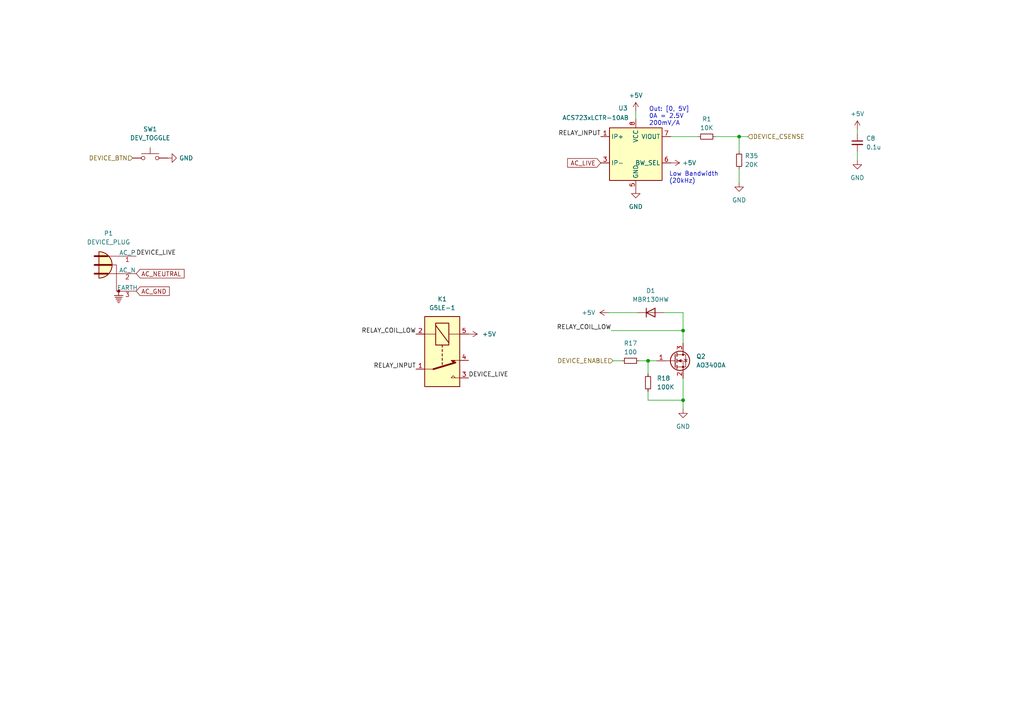
<source format=kicad_sch>
(kicad_sch (version 20230121) (generator eeschema)
  (paper "A4")
  (lib_symbols
    (symbol "Connector:Conn_WallPlug_Earth" (pin_names (offset 0))
      (property "Reference" "P" (at 0 3.81 0))
      (property "Value" "Conn_WallPlug_Earth" (at -5.08 0 90))
      (symbol "Conn_WallPlug_Earth_0_1"
        (arc (start -3.175 -3.81) (mid 0.6184 0) (end -3.175 3.81) (stroke (width 0.254)) (fill (type background)))
        (polyline (pts (xy -4.445 -2.54) (xy -0.635 -2.54)) (stroke (width 0.508)))
        (polyline (pts (xy -4.445 0) (xy 0.508 0)) (stroke (width 0.508)))
        (polyline (pts (xy -4.445 2.54) (xy -0.635 2.54)) (stroke (width 0.508)))
        (polyline (pts (xy -3.175 -3.81) (xy -3.175 3.81)) (stroke (width 0.254)))
        (polyline (pts (xy -0.635 -2.54) (xy 2.54 -2.54)))
        (polyline (pts (xy -0.635 2.54) (xy 2.54 2.54)))
        (polyline (pts (xy 1.524 -9.398) (xy 3.556 -9.398)) (stroke (width 0.2032)))
        (polyline (pts (xy 1.778 -9.906) (xy 3.302 -9.906)) (stroke (width 0.2032)))
        (polyline (pts (xy 2.032 -10.414) (xy 3.048 -10.414)) (stroke (width 0.2032)))
        (polyline (pts (xy 2.286 -10.922) (xy 2.794 -10.922)) (stroke (width 0.2032)))
        (polyline (pts (xy 2.54 -7.62) (xy 2.54 -8.89)) (stroke (width 0.2032)))
        (polyline (pts (xy 3.81 -8.89) (xy 1.27 -8.89)) (stroke (width 0.2032)))
        (polyline (pts (xy 2.54 -7.62) (xy 1.905 -7.62) (xy 1.905 0) (xy -4.445 0)))
        (circle (center 2.54 -7.62) (radius 0.3556) (fill (type outline)))
      )
      (symbol "Conn_WallPlug_Earth_1_1"
        (pin power_out line (at 7.62 2.54 180) (length 5.08) (name "AC_P") (number "1"))
        (pin power_out line (at 7.62 -2.54 180) (length 5.08) (name "AC_N") (number "2"))
        (pin passive line (at 7.62 -7.62 180) (length 5.08) (name "EARTH") (number "3"))
      )
    )
    (symbol "Device:C_Small" (pin_numbers hide) (pin_names (offset 0.254) hide)
      (property "Reference" "C" (at 0.254 1.778 0))
      (property "Value" "C_Small" (at 0.254 -2.032 0))
      (symbol "C_Small_0_1"
        (polyline (pts (xy -1.524 -0.508) (xy 1.524 -0.508)) (stroke (width 0.3302)))
        (polyline (pts (xy -1.524 0.508) (xy 1.524 0.508)) (stroke (width 0.3048)))
      )
      (symbol "C_Small_1_1"
        (pin passive line (at 0 2.54 270) (length 2.032) (name "~") (number "1"))
        (pin passive line (at 0 -2.54 90) (length 2.032) (name "~") (number "2"))
      )
    )
    (symbol "Device:R_Small" (pin_numbers hide) (pin_names (offset 0.254) hide)
      (property "Reference" "R" (at 0.762 0.508 0))
      (property "Value" "R_Small" (at 0.762 -1.016 0))
      (symbol "R_Small_0_1"
        (rectangle (start -0.762 1.778) (end 0.762 -1.778) (stroke (width 0.2032)))
      )
      (symbol "R_Small_1_1"
        (pin passive line (at 0 2.54 270) (length 0.762) (name "~") (number "1"))
        (pin passive line (at 0 -2.54 90) (length 0.762) (name "~") (number "2"))
      )
    )
    (symbol "Diode:1N4148W" (pin_numbers hide) (pin_names hide)
      (property "Reference" "D" (at 0 2.54 0))
      (property "Value" "1N4148W" (at 0 -2.54 0))
      (symbol "1N4148W_0_1"
        (polyline (pts (xy -1.27 1.27) (xy -1.27 -1.27)) (stroke (width 0.254)))
        (polyline (pts (xy 1.27 0) (xy -1.27 0)))
        (polyline (pts (xy 1.27 1.27) (xy 1.27 -1.27) (xy -1.27 0) (xy 1.27 1.27)) (stroke (width 0.254)))
      )
      (symbol "1N4148W_1_1"
        (pin passive line (at -3.81 0 0) (length 2.54) (name "K") (number "1"))
        (pin passive line (at 3.81 0 180) (length 2.54) (name "A") (number "2"))
      )
    )
    (symbol "Relay:G5LE-1"
      (property "Reference" "K" (at 11.43 3.81 0))
      (property "Value" "G5LE-1" (at 11.43 1.27 0))
      (symbol "G5LE-1_0_0"
        (polyline (pts (xy 7.62 5.08) (xy 7.62 2.54) (xy 6.985 3.175) (xy 7.62 3.81)))
      )
      (symbol "G5LE-1_0_1"
        (rectangle (start -10.16 5.08) (end 10.16 -5.08) (stroke (width 0.254)) (fill (type background)))
        (rectangle (start -8.255 1.905) (end -1.905 -1.905) (stroke (width 0.254)))
        (polyline (pts (xy -7.62 -1.905) (xy -2.54 1.905)) (stroke (width 0.254)))
        (polyline (pts (xy -5.08 -5.08) (xy -5.08 -1.905)))
        (polyline (pts (xy -5.08 5.08) (xy -5.08 1.905)))
        (polyline (pts (xy -1.905 0) (xy -1.27 0)) (stroke (width 0.254)))
        (polyline (pts (xy -0.635 0) (xy 0 0)) (stroke (width 0.254)))
        (polyline (pts (xy 0.635 0) (xy 1.27 0)) (stroke (width 0.254)))
        (polyline (pts (xy 1.905 0) (xy 2.54 0)) (stroke (width 0.254)))
        (polyline (pts (xy 3.175 0) (xy 3.81 0)) (stroke (width 0.254)))
        (polyline (pts (xy 5.08 -2.54) (xy 3.175 3.81)) (stroke (width 0.508)))
        (polyline (pts (xy 5.08 -2.54) (xy 5.08 -5.08)))
        (polyline (pts (xy 2.54 5.08) (xy 2.54 2.54) (xy 3.175 3.175) (xy 2.54 3.81)) (fill (type outline)))
      )
      (symbol "G5LE-1_1_1"
        (pin passive line (at 5.08 -7.62 90) (length 2.54) (name "~") (number "1"))
        (pin passive line (at -5.08 -7.62 90) (length 2.54) (name "~") (number "2"))
        (pin passive line (at 7.62 7.62 270) (length 2.54) (name "~") (number "3"))
        (pin passive line (at 2.54 7.62 270) (length 2.54) (name "~") (number "4"))
        (pin passive line (at -5.08 7.62 270) (length 2.54) (name "~") (number "5"))
      )
    )
    (symbol "Sensor_Current:ACS723xLCTR-10AB"
      (property "Reference" "U" (at 2.54 11.43 0))
      (property "Value" "ACS723xLCTR-10AB" (at 2.54 8.89 0))
      (symbol "ACS723xLCTR-10AB_0_1"
        (rectangle (start -7.62 7.62) (end 7.62 -7.62) (stroke (width 0.254)) (fill (type background)))
      )
      (symbol "ACS723xLCTR-10AB_1_1"
        (pin passive line (at -10.16 5.08 0) (length 2.54) (name "IP+") (number "1"))
        (pin passive line (at -10.16 5.08 0) (length 2.54) hide (name "IP+") (number "2"))
        (pin passive line (at -10.16 -2.54 0) (length 2.54) (name "IP-") (number "3"))
        (pin passive line (at -10.16 -2.54 0) (length 2.54) hide (name "IP-") (number "4"))
        (pin power_in line (at 0 -10.16 90) (length 2.54) (name "GND") (number "5"))
        (pin input line (at 10.16 -2.54 180) (length 2.54) (name "BW_SEL") (number "6"))
        (pin output line (at 10.16 5.08 180) (length 2.54) (name "VIOUT") (number "7"))
        (pin power_in line (at 0 10.16 270) (length 2.54) (name "VCC") (number "8"))
      )
    )
    (symbol "Switch:SW_Push" (pin_numbers hide) (pin_names (offset 1.016) hide)
      (property "Reference" "SW" (at 1.27 2.54 0))
      (property "Value" "SW_Push" (at 0 -1.524 0))
      (symbol "SW_Push_0_1"
        (circle (center -2.032 0) (radius 0.508))
        (polyline (pts (xy 0 1.27) (xy 0 3.048)))
        (polyline (pts (xy 2.54 1.27) (xy -2.54 1.27)))
        (circle (center 2.032 0) (radius 0.508))
        (pin passive line (at -5.08 0 0) (length 2.54) (name "1") (number "1"))
        (pin passive line (at 5.08 0 180) (length 2.54) (name "2") (number "2"))
      )
    )
    (symbol "Transistor_FET:AO3400A" (pin_names hide)
      (property "Reference" "Q" (at 5.08 1.905 0))
      (property "Value" "AO3400A" (at 5.08 0 0))
      (symbol "AO3400A_0_1"
        (polyline (pts (xy 0.254 0) (xy -2.54 0)))
        (polyline (pts (xy 0.254 1.905) (xy 0.254 -1.905)) (stroke (width 0.254)))
        (polyline (pts (xy 0.762 -1.27) (xy 0.762 -2.286)) (stroke (width 0.254)))
        (polyline (pts (xy 0.762 0.508) (xy 0.762 -0.508)) (stroke (width 0.254)))
        (polyline (pts (xy 0.762 2.286) (xy 0.762 1.27)) (stroke (width 0.254)))
        (polyline (pts (xy 2.54 2.54) (xy 2.54 1.778)))
        (polyline (pts (xy 2.54 -2.54) (xy 2.54 0) (xy 0.762 0)))
        (polyline (pts (xy 0.762 -1.778) (xy 3.302 -1.778) (xy 3.302 1.778) (xy 0.762 1.778)))
        (polyline (pts (xy 1.016 0) (xy 2.032 0.381) (xy 2.032 -0.381) (xy 1.016 0)) (fill (type outline)))
        (polyline (pts (xy 2.794 0.508) (xy 2.921 0.381) (xy 3.683 0.381) (xy 3.81 0.254)))
        (polyline (pts (xy 3.302 0.381) (xy 2.921 -0.254) (xy 3.683 -0.254) (xy 3.302 0.381)))
        (circle (center 1.651 0) (radius 2.794) (stroke (width 0.254)))
        (circle (center 2.54 -1.778) (radius 0.254) (fill (type outline)))
        (circle (center 2.54 1.778) (radius 0.254) (fill (type outline)))
      )
      (symbol "AO3400A_1_1"
        (pin input line (at -5.08 0 0) (length 2.54) (name "G") (number "1"))
        (pin passive line (at 2.54 -5.08 90) (length 2.54) (name "S") (number "2"))
        (pin passive line (at 2.54 5.08 270) (length 2.54) (name "D") (number "3"))
      )
    )
    (symbol "power:+5V" (power) (pin_names (offset 0))
      (property "Value" "+5V" (at 0 3.556 0))
      (symbol "+5V_0_1"
        (polyline (pts (xy -0.762 1.27) (xy 0 2.54)))
        (polyline (pts (xy 0 0) (xy 0 2.54)))
        (polyline (pts (xy 0 2.54) (xy 0.762 1.27)))
      )
      (symbol "+5V_1_1"
        (pin power_in line (at 0 0 90) (length 0) hide (name "+5V") (number "1"))
      )
    )
    (symbol "power:GND" (power) (pin_names (offset 0))
      (property "Value" "GND" (at 0 -3.81 0))
      (symbol "GND_0_1"
        (polyline (pts (xy 0 0) (xy 0 -1.27) (xy 1.27 -1.27) (xy 0 -2.54) (xy -1.27 -1.27) (xy 0 -1.27)))
      )
      (symbol "GND_1_1"
        (pin power_in line (at 0 0 270) (length 0) hide (name "GND") (number "1"))
      )
    )
  )
  (junction (at 187.96 104.648))
  (junction (at 198.12 95.885))
  (junction (at 198.12 116.078))
  (junction (at 214.376 39.624))
  (wire (pts (xy 176.53 90.678) (xy 184.912 90.678)))
  (wire (pts (xy 198.12 90.678) (xy 198.12 95.885)))
  (wire (pts (xy 177.292 95.885) (xy 198.12 95.885)))
  (wire (pts (xy 248.666 37.592) (xy 248.666 38.862)))
  (wire (pts (xy 214.376 49.022) (xy 214.376 52.959)))
  (wire (pts (xy 192.532 90.678) (xy 198.12 90.678)))
  (wire (pts (xy 177.8 104.648) (xy 180.34 104.648)))
  (wire (pts (xy 187.96 116.078) (xy 198.12 116.078)))
  (wire (pts (xy 214.376 39.624) (xy 214.376 43.942)))
  (wire (pts (xy 198.12 95.885) (xy 198.12 99.568)))
  (wire (pts (xy 187.96 104.648) (xy 190.5 104.648)))
  (wire (pts (xy 207.518 39.624) (xy 214.376 39.624)))
  (wire (pts (xy 248.666 43.942) (xy 248.666 46.482)))
  (wire (pts (xy 194.564 39.624) (xy 202.438 39.624)))
  (wire (pts (xy 198.12 109.728) (xy 198.12 116.078)))
  (wire (pts (xy 214.376 39.624) (xy 214.376 39.5732)))
  (wire (pts (xy 187.96 104.648) (xy 187.96 108.458)))
  (wire (pts (xy 185.42 104.648) (xy 187.96 104.648)))
  (wire (pts (xy 184.404 32.258) (xy 184.404 34.544)))
  (wire (pts (xy 198.12 116.078) (xy 198.12 118.618)))
  (wire (pts (xy 187.96 113.538) (xy 187.96 116.078)))
  (wire (pts (xy 216.916 39.624) (xy 214.376 39.624)))
  (text "Low Bandwidth\n(20kHz)" (at 194.056 53.34 0) (effects (font (size 1.27 1.27)) (justify left bottom)))
  (text "Out: [0, 5V]\n0A = 2.5V\n200mV/A" (at 188.214 36.576 0) (effects (font (size 1.27 1.27)) (justify left bottom)))
  (label "RELAY_INPUT" (at 120.65 107.061 180))
  (label "RELAY_COIL_LOW" (at 177.292 95.885 180))
  (label "DEVICE_LIVE" (at 135.89 109.601 0))
  (label "RELAY_INPUT" (at 174.244 39.624 180))
  (label "RELAY_COIL_LOW" (at 120.65 96.901 180))
  (label "DEVICE_LIVE" (at 39.497 74.295 0))
  (global_label "AC_GND" (shape input) (at 39.497 84.455 0) (property "Intersheetrefs" "${INTERSHEET_REFS}" (effects hide)))
  (global_label "AC_LIVE" (shape input) (at 174.244 47.244 180) (property "Intersheetrefs" "${INTERSHEET_REFS}" (effects hide)))
  (global_label "AC_NEUTRAL" (shape input) (at 39.497 79.375 0) (property "Intersheetrefs" "${INTERSHEET_REFS}" (effects hide)))
  (hierarchical_label "DEVICE_BTN" (shape input) (at 38.481 45.847 180))
  (hierarchical_label "DEVICE_CSENSE" (shape input) (at 216.916 39.624 0))
  (hierarchical_label "DEVICE_ENABLE" (shape input) (at 177.8 104.648 180))
  (symbol (lib_id "power:+5V") (at 176.53 90.678 90) (unit 1)
    (property "Reference" "#PWR043" (effects hide))
    (property "Value" "+5V" (at 172.72 90.678 90) (effects (justify left)))
    (instances (project "board" (path "" (reference "#PWR043") (unit 1)) (path "" (reference "#PWR070") (unit 1)) (path "" (reference "#PWR052") (unit 1)) (path "" (reference "#PWR061") (unit 1)) (path "" (reference "#PWR079") (unit 1)) (path "" (reference "#PWR088") (unit 1))))
  )
  (symbol (lib_id "power:+5V") (at 184.404 32.258 0) (unit 1)
    (property "Reference" "#PWR038" (effects hide))
    (property "Value" "+5V" (at 184.404 27.686 0))
    (instances (project "board" (path "" (reference "#PWR038") (unit 1)) (path "" (reference "#PWR040") (unit 1)) (path "" (reference "#PWR041") (unit 1)) (path "" (reference "#PWR047") (unit 1)) (path "" (reference "#PWR049") (unit 1)) (path "" (reference "#PWR050") (unit 1))))
  )
  (symbol (lib_id "power:GND") (at 214.376 52.959 0) (unit 1)
    (property "Reference" "#PWR074" (effects hide))
    (property "Value" "GND" (at 214.376 58.039 0))
    (instances (project "board" (path "" (reference "#PWR074") (unit 1)) (path "" (reference "#PWR076") (unit 1)) (path "" (reference "#PWR077") (unit 1)) (path "" (reference "#PWR083") (unit 1)) (path "" (reference "#PWR085") (unit 1)) (path "" (reference "#PWR086") (unit 1))))
  )
  (symbol (lib_id "Transistor_FET:AO3400A") (at 195.58 104.648 0) (unit 1)
    (property "Reference" "Q2" (at 201.93 103.378 0) (effects (justify left)))
    (property "Value" "AO3400A" (at 201.93 105.918 0) (effects (justify left)))
    (property "Footprint" "Package_TO_SOT_SMD:SOT-23" (effects hide))
    (property "Datasheet" "http://www.aosmd.com/pdfs/datasheet/AO3400A.pdf" (effects hide))
    (instances (project "board" (path "" (reference "Q2") (unit 1)) (path "" (reference "Q3") (unit 1)) (path "" (reference "Q4") (unit 1)) (path "" (reference "Q5") (unit 1)) (path "" (reference "Q7") (unit 1)) (path "" (reference "Q6") (unit 1))))
  )
  (symbol (lib_id "power:GND") (at 184.404 54.864 0) (unit 1)
    (property "Reference" "#PWR039" (effects hide))
    (property "Value" "GND" (at 184.404 59.944 0))
    (instances (project "board" (path "" (reference "#PWR039") (unit 1)) (path "" (reference "#PWR066") (unit 1)) (path "" (reference "#PWR048") (unit 1)) (path "" (reference "#PWR057") (unit 1)) (path "" (reference "#PWR075") (unit 1)) (path "" (reference "#PWR084") (unit 1))))
  )
  (symbol (lib_id "power:+5V") (at 248.666 37.592 0) (unit 1)
    (property "Reference" "#PWR056" (effects hide))
    (property "Value" "+5V" (at 248.666 33.02 0))
    (instances (project "board" (path "" (reference "#PWR056") (unit 1)) (path "" (reference "#PWR058") (unit 1)) (path "" (reference "#PWR059") (unit 1)) (path "" (reference "#PWR065") (unit 1)) (path "" (reference "#PWR067") (unit 1)) (path "" (reference "#PWR068") (unit 1))))
  )
  (symbol (lib_id "Device:R_Small") (at 204.978 39.624 90) (unit 1)
    (property "Reference" "R1" (at 204.978 34.544 90))
    (property "Value" "10K" (at 204.978 37.084 90))
    (property "Footprint" "Resistor_SMD:R_0603_1608Metric_Pad0.98x0.95mm_HandSolder" (effects hide))
    (instances (project "board" (path "" (reference "R1") (unit 1)) (path "" (reference "R30") (unit 1)) (path "" (reference "R31") (unit 1)) (path "" (reference "R32") (unit 1)) (path "" (reference "R33") (unit 1)) (path "" (reference "R34") (unit 1))))
  )
  (symbol (lib_id "power:GND") (at 248.666 46.482 0) (unit 1)
    (property "Reference" "#PWR042" (effects hide))
    (property "Value" "GND" (at 248.666 51.562 0))
    (instances (project "board" (path "" (reference "#PWR042") (unit 1)) (path "" (reference "#PWR069") (unit 1)) (path "" (reference "#PWR051") (unit 1)) (path "" (reference "#PWR060") (unit 1)) (path "" (reference "#PWR078") (unit 1)) (path "" (reference "#PWR087") (unit 1))))
  )
  (symbol (lib_id "power:+5V") (at 135.89 96.901 270) (unit 1)
    (property "Reference" "#PWR037" (effects hide))
    (property "Value" "+5V" (at 139.827 96.901 90) (effects (justify left)))
    (instances (project "board" (path "" (reference "#PWR037") (unit 1)) (path "" (reference "#PWR064") (unit 1)) (path "" (reference "#PWR046") (unit 1)) (path "" (reference "#PWR055") (unit 1)) (path "" (reference "#PWR073") (unit 1)) (path "" (reference "#PWR082") (unit 1))))
  )
  (symbol (lib_id "Sensor_Current:ACS723xLCTR-10AB") (at 184.404 44.704 0) (unit 1)
    (property "Reference" "U3" (at 179.324 31.369 0) (effects (justify left)))
    (property "Value" "ACS723xLCTR-10AB" (at 163.068 34.163 0) (effects (justify left)))
    (property "Footprint" "Package_SO:SOIC-8_3.9x4.9mm_P1.27mm" (effects hide))
    (property "Datasheet" "http://www.allegromicro.com/~/media/Files/Datasheets/ACS723-Datasheet.ashx?la=en" (effects hide))
    (instances (project "board" (path "" (reference "U3") (unit 1)) (path "" (reference "U4") (unit 1)) (path "" (reference "U5") (unit 1)) (path "" (reference "U6") (unit 1)) (path "" (reference "U8") (unit 1)) (path "" (reference "U7") (unit 1))))
  )
  (symbol (lib_id "Device:R_Small") (at 214.376 46.482 180) (unit 1)
    (property "Reference" "R35" (at 216.027 45.212 0) (effects (justify right)))
    (property "Value" "20K" (at 216.027 47.752 0) (effects (justify right)))
    (property "Footprint" "Resistor_SMD:R_0603_1608Metric_Pad0.98x0.95mm_HandSolder" (effects hide))
    (instances (project "board" (path "" (reference "R35") (unit 1)) (path "" (reference "R36") (unit 1)) (path "" (reference "R37") (unit 1)) (path "" (reference "R38") (unit 1)) (path "" (reference "R39") (unit 1)) (path "" (reference "R40") (unit 1))))
  )
  (symbol (lib_id "Relay:G5LE-1") (at 128.27 101.981 270) (unit 1)
    (property "Reference" "K1" (at 128.27 86.741 90))
    (property "Value" "G5LE-1" (at 128.27 89.281 90))
    (property "Footprint" "Relay_THT:Relay_SPDT_Omron-G5LE-1" (effects hide))
    (property "Datasheet" "http://www.omron.com/ecb/products/pdf/en-g5le.pdf" (effects hide))
    (instances (project "board" (path "" (reference "K1") (unit 1)) (path "" (reference "K2") (unit 1)) (path "" (reference "K3") (unit 1)) (path "" (reference "K4") (unit 1)) (path "" (reference "K5") (unit 1)) (path "" (reference "K6") (unit 1))))
  )
  (symbol (lib_id "Connector:Conn_WallPlug_Earth") (at 31.877 76.835 0) (unit 1)
    (property "Reference" "P1" (at 31.4833 67.691 0))
    (property "Value" "DEVICE_PLUG" (at 31.4833 70.231 0))
    (property "Footprint" "te_nema_pcb:TE_3-213598-2" (effects hide))
    (instances (project "board" (path "" (reference "P1") (unit 1)) (path "" (reference "P2") (unit 1)) (path "" (reference "P3") (unit 1)) (path "" (reference "P4") (unit 1)) (path "" (reference "P6") (unit 1)) (path "" (reference "P5") (unit 1))))
  )
  (symbol (lib_id "power:GND") (at 198.12 118.618 0) (unit 1)
    (property "Reference" "#PWR044" (effects hide))
    (property "Value" "GND" (at 198.12 123.698 0))
    (instances (project "board" (path "" (reference "#PWR044") (unit 1)) (path "" (reference "#PWR071") (unit 1)) (path "" (reference "#PWR053") (unit 1)) (path "" (reference "#PWR062") (unit 1)) (path "" (reference "#PWR080") (unit 1)) (path "" (reference "#PWR089") (unit 1))))
  )
  (symbol (lib_id "Device:C_Small") (at 248.666 41.402 0) (unit 1)
    (property "Reference" "C8" (at 251.206 40.1383 0) (effects (justify left)))
    (property "Value" "0.1u" (at 251.206 42.6783 0) (effects (justify left)))
    (property "Footprint" "Capacitor_SMD:C_0603_1608Metric_Pad1.08x0.95mm_HandSolder" (effects hide))
    (instances (project "board" (path "" (reference "C8") (unit 1)) (path "" (reference "C9") (unit 1)) (path "" (reference "C10") (unit 1)) (path "" (reference "C11") (unit 1)) (path "" (reference "C13") (unit 1)) (path "" (reference "C12") (unit 1))))
  )
  (symbol (lib_id "power:GND") (at 48.641 45.847 90) (unit 1)
    (property "Reference" "#PWR036" (effects hide))
    (property "Value" "GND" (at 51.943 45.847 90) (effects (justify right)))
    (instances (project "board" (path "" (reference "#PWR036") (unit 1)) (path "" (reference "#PWR063") (unit 1)) (path "" (reference "#PWR045") (unit 1)) (path "" (reference "#PWR054") (unit 1)) (path "" (reference "#PWR072") (unit 1)) (path "" (reference "#PWR081") (unit 1))))
  )
  (symbol (lib_id "power:+5V") (at 194.564 47.244 270) (unit 1)
    (property "Reference" "#PWR0103" (effects hide))
    (property "Value" "+5V" (at 197.866 47.244 90) (effects (justify left)))
    (instances (project "board" (path "" (reference "#PWR0103") (unit 1)) (path "" (reference "#PWR0104") (unit 1)) (path "" (reference "#PWR0105") (unit 1)) (path "" (reference "#PWR0106") (unit 1)) (path "" (reference "#PWR0107") (unit 1)) (path "" (reference "#PWR0108") (unit 1))))
  )
  (symbol (lib_id "Switch:SW_Push") (at 43.561 45.847 0) (unit 1)
    (property "Reference" "SW1" (at 43.561 37.465 0))
    (property "Value" "DEV_TOGGLE" (at 43.561 40.005 0))
    (property "Footprint" "Button_Switch_THT:SW_PUSH_6mm_H4.3mm" (effects hide))
    (instances (project "board" (path "" (reference "SW1") (unit 1)) (path "" (reference "SW2") (unit 1)) (path "" (reference "SW3") (unit 1)) (path "" (reference "SW4") (unit 1)) (path "" (reference "SW6") (unit 1)) (path "" (reference "SW5") (unit 1))))
  )
  (symbol (lib_id "Device:R_Small") (at 187.96 110.998 180) (unit 1)
    (property "Reference" "R18" (at 190.5 109.728 0) (effects (justify right)))
    (property "Value" "100K" (at 190.5 112.268 0) (effects (justify right)))
    (property "Footprint" "Resistor_SMD:R_0603_1608Metric_Pad0.98x0.95mm_HandSolder" (effects hide))
    (instances (project "board" (path "" (reference "R18") (unit 1)) (path "" (reference "R20") (unit 1)) (path "" (reference "R22") (unit 1)) (path "" (reference "R24") (unit 1)) (path "" (reference "R28") (unit 1)) (path "" (reference "R26") (unit 1))))
  )
  (symbol (lib_id "Device:R_Small") (at 182.88 104.648 90) (unit 1)
    (property "Reference" "R17" (at 182.88 99.568 90))
    (property "Value" "100" (at 182.88 102.108 90))
    (property "Footprint" "Resistor_SMD:R_0603_1608Metric_Pad0.98x0.95mm_HandSolder" (effects hide))
    (instances (project "board" (path "" (reference "R17") (unit 1)) (path "" (reference "R19") (unit 1)) (path "" (reference "R21") (unit 1)) (path "" (reference "R23") (unit 1)) (path "" (reference "R27") (unit 1)) (path "" (reference "R25") (unit 1))))
  )
  (symbol (lib_id "Diode:1N4148W") (at 188.722 90.678 0) (unit 1)
    (property "Reference" "D1" (at 188.722 84.328 0))
    (property "Value" "MBR130HW" (at 188.722 86.868 0))
    (property "Footprint" "Diode_SMD:D_SOD-123" (effects hide))
    (property "Datasheet" "https://www.vishay.com/docs/85748/1n4148w.pdf" (effects hide))
    (property "Sim.Device" "D" (effects hide))
    (property "Sim.Pins" "1=K 2=A" (effects hide))
    (instances (project "board" (path "" (reference "D1") (unit 1)) (path "" (reference "D2") (unit 1)) (path "" (reference "D3") (unit 1)) (path "" (reference "D4") (unit 1)) (path "" (reference "D6") (unit 1)) (path "" (reference "D5") (unit 1))))
  )
)
</source>
